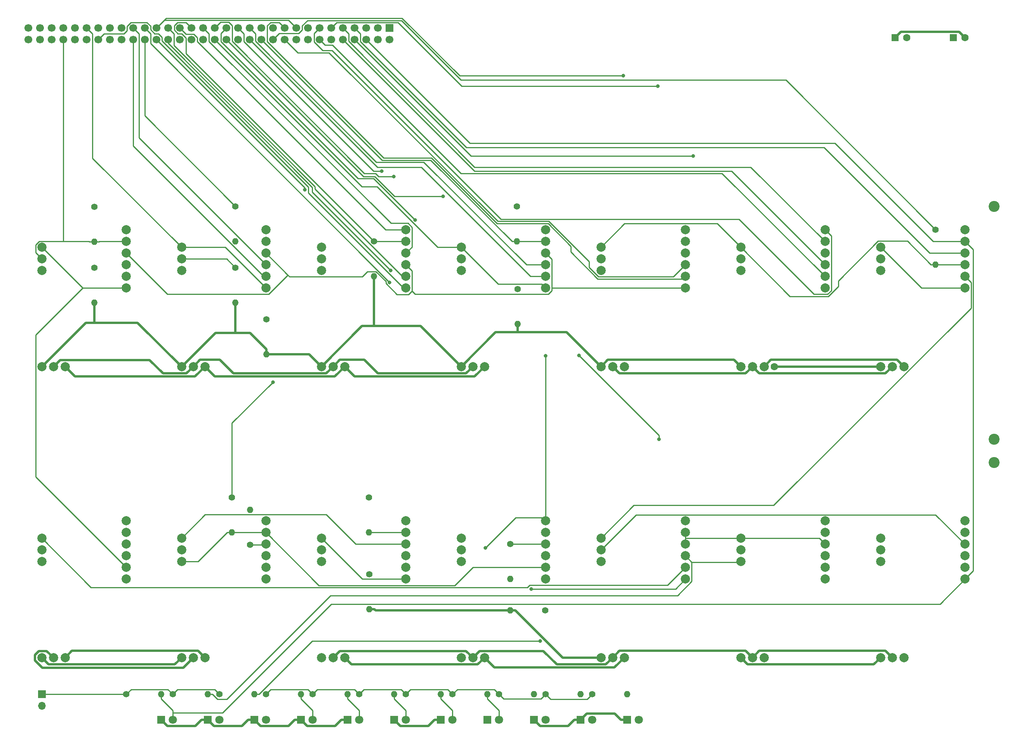
<source format=gbr>
G04 #@! TF.GenerationSoftware,KiCad,Pcbnew,(5.0.0)*
G04 #@! TF.CreationDate,2019-03-30T18:13:55+00:00*
G04 #@! TF.ProjectId,A-FA,412D46412E6B696361645F7063620000,rev?*
G04 #@! TF.SameCoordinates,Original*
G04 #@! TF.FileFunction,Copper,L1,Top,Signal*
G04 #@! TF.FilePolarity,Positive*
%FSLAX46Y46*%
G04 Gerber Fmt 4.6, Leading zero omitted, Abs format (unit mm)*
G04 Created by KiCad (PCBNEW (5.0.0)) date 03/30/19 18:13:55*
%MOMM*%
%LPD*%
G01*
G04 APERTURE LIST*
G04 #@! TA.AperFunction,ComponentPad*
%ADD10C,2.000000*%
G04 #@! TD*
G04 #@! TA.AperFunction,ComponentPad*
%ADD11C,1.400000*%
G04 #@! TD*
G04 #@! TA.AperFunction,ComponentPad*
%ADD12O,1.400000X1.400000*%
G04 #@! TD*
G04 #@! TA.AperFunction,ComponentPad*
%ADD13C,1.600000*%
G04 #@! TD*
G04 #@! TA.AperFunction,ComponentPad*
%ADD14R,1.600000X1.600000*%
G04 #@! TD*
G04 #@! TA.AperFunction,ComponentPad*
%ADD15C,1.700000*%
G04 #@! TD*
G04 #@! TA.AperFunction,ComponentPad*
%ADD16R,1.700000X1.700000*%
G04 #@! TD*
G04 #@! TA.AperFunction,ComponentPad*
%ADD17C,1.800000*%
G04 #@! TD*
G04 #@! TA.AperFunction,ComponentPad*
%ADD18R,1.800000X1.800000*%
G04 #@! TD*
G04 #@! TA.AperFunction,ComponentPad*
%ADD19O,1.700000X1.700000*%
G04 #@! TD*
G04 #@! TA.AperFunction,ComponentPad*
%ADD20C,2.400000*%
G04 #@! TD*
G04 #@! TA.AperFunction,ViaPad*
%ADD21C,0.800000*%
G04 #@! TD*
G04 #@! TA.AperFunction,ViaPad*
%ADD22C,1.600000*%
G04 #@! TD*
G04 #@! TA.AperFunction,Conductor*
%ADD23C,0.250000*%
G04 #@! TD*
G04 #@! TA.AperFunction,Conductor*
%ADD24C,0.500000*%
G04 #@! TD*
G04 APERTURE END LIST*
D10*
G04 #@! TO.P,U8,13*
G04 #@! TO.N,TP3*
X225425000Y-78740000D03*
G04 #@! TO.P,U8,12*
G04 #@! TO.N,Gn*
X225425000Y-81280000D03*
G04 #@! TO.P,U8,11*
G04 #@! TO.N,Cn*
X225425000Y-83820000D03*
G04 #@! TO.P,U8,6*
G04 #@! TO.N,TP1*
X243840000Y-74930000D03*
G04 #@! TO.P,U8,5*
G04 #@! TO.N,Cn-1*
X243840000Y-77470000D03*
G04 #@! TO.P,U8,4*
G04 #@! TO.N,JTG-|NC*
X243840000Y-80010000D03*
G04 #@! TO.P,U8,3*
G04 #@! TO.N,Gn-*
X243840000Y-82550000D03*
G04 #@! TO.P,U8,2*
G04 #@! TO.N,TP2*
X243840000Y-85090000D03*
G04 #@! TO.P,U8,1*
G04 #@! TO.N,TP3*
X243840000Y-87630000D03*
G04 #@! TO.P,U8,23*
G04 #@! TO.N,Neg6v*
X230505000Y-104775000D03*
G04 #@! TO.P,U8,22*
G04 #@! TO.N,GND*
X227965000Y-104775000D03*
G04 #@! TO.P,U8,21*
G04 #@! TO.N,6v*
X225425000Y-104775000D03*
G04 #@! TD*
G04 #@! TO.P,U1,13*
G04 #@! TO.N,Fn*
X225425000Y-142240000D03*
G04 #@! TO.P,U1,12*
G04 #@! TO.N,Net-(U1-Pad12)*
X225425000Y-144780000D03*
G04 #@! TO.P,U1,11*
G04 #@! TO.N,N/C*
X225425000Y-147320000D03*
G04 #@! TO.P,U1,6*
X243840000Y-138430000D03*
G04 #@! TO.P,U1,5*
G04 #@! TO.N,Net-(U1-Pad12)*
X243840000Y-140970000D03*
G04 #@! TO.P,U1,4*
G04 #@! TO.N,TP1*
X243840000Y-143510000D03*
G04 #@! TO.P,U1,3*
G04 #@! TO.N,TP3*
X243840000Y-146050000D03*
G04 #@! TO.P,U1,2*
X243840000Y-148590000D03*
G04 #@! TO.P,U1,1*
G04 #@! TO.N,Cn-1*
X243840000Y-151130000D03*
G04 #@! TO.P,U1,23*
G04 #@! TO.N,Neg6v*
X230505000Y-168275000D03*
G04 #@! TO.P,U1,22*
G04 #@! TO.N,GND*
X227965000Y-168275000D03*
G04 #@! TO.P,U1,21*
G04 #@! TO.N,6v*
X225425000Y-168275000D03*
G04 #@! TD*
G04 #@! TO.P,U12,13*
G04 #@! TO.N,Mn-*
X103505000Y-78740000D03*
G04 #@! TO.P,U12,12*
G04 #@! TO.N,N/C*
X103505000Y-81280000D03*
G04 #@! TO.P,U12,11*
X103505000Y-83820000D03*
G04 #@! TO.P,U12,6*
G04 #@! TO.N,WTM*
X121920000Y-74930000D03*
G04 #@! TO.P,U12,5*
G04 #@! TO.N,Wn*
X121920000Y-77470000D03*
G04 #@! TO.P,U12,4*
G04 #@! TO.N,GTM*
X121920000Y-80010000D03*
G04 #@! TO.P,U12,3*
G04 #@! TO.N,Gn*
X121920000Y-82550000D03*
G04 #@! TO.P,U12,2*
G04 #@! TO.N,0TM-*
X121920000Y-85090000D03*
G04 #@! TO.P,U12,1*
G04 #@! TO.N,Mn*
X121920000Y-87630000D03*
G04 #@! TO.P,U12,23*
G04 #@! TO.N,Neg6v*
X108585000Y-104775000D03*
G04 #@! TO.P,U12,22*
G04 #@! TO.N,GND*
X106045000Y-104775000D03*
G04 #@! TO.P,U12,21*
G04 #@! TO.N,6v*
X103505000Y-104775000D03*
G04 #@! TD*
G04 #@! TO.P,U11,13*
G04 #@! TO.N,Jn*
X133985000Y-78740000D03*
G04 #@! TO.P,U11,12*
G04 #@! TO.N,Jn-*
X133985000Y-81280000D03*
G04 #@! TO.P,U11,11*
G04 #@! TO.N,N/C*
X133985000Y-83820000D03*
G04 #@! TO.P,U11,6*
X152400000Y-74930000D03*
G04 #@! TO.P,U11,5*
G04 #@! TO.N,Jn-*
X152400000Y-77470000D03*
G04 #@! TO.P,U11,4*
G04 #@! TO.N,Gn*
X152400000Y-80010000D03*
G04 #@! TO.P,U11,3*
G04 #@! TO.N,GTJ*
X152400000Y-82550000D03*
G04 #@! TO.P,U11,2*
G04 #@! TO.N,0TJ-*
X152400000Y-85090000D03*
G04 #@! TO.P,U11,1*
G04 #@! TO.N,Jn*
X152400000Y-87630000D03*
G04 #@! TO.P,U11,23*
G04 #@! TO.N,Neg6v*
X139065000Y-104775000D03*
G04 #@! TO.P,U11,22*
G04 #@! TO.N,GND*
X136525000Y-104775000D03*
G04 #@! TO.P,U11,21*
G04 #@! TO.N,6v*
X133985000Y-104775000D03*
G04 #@! TD*
G04 #@! TO.P,U14,13*
G04 #@! TO.N,Qn*
X42545000Y-78740000D03*
G04 #@! TO.P,U14,12*
G04 #@! TO.N,Qn-*
X42545000Y-81280000D03*
G04 #@! TO.P,U14,11*
G04 #@! TO.N,N/C*
X42545000Y-83820000D03*
G04 #@! TO.P,U14,6*
X60960000Y-74930000D03*
G04 #@! TO.P,U14,5*
G04 #@! TO.N,Qn-*
X60960000Y-77470000D03*
G04 #@! TO.P,U14,4*
G04 #@! TO.N,Gn*
X60960000Y-80010000D03*
G04 #@! TO.P,U14,3*
G04 #@! TO.N,GTQ*
X60960000Y-82550000D03*
G04 #@! TO.P,U14,2*
G04 #@! TO.N,0TQ-*
X60960000Y-85090000D03*
G04 #@! TO.P,U14,1*
G04 #@! TO.N,Qn*
X60960000Y-87630000D03*
G04 #@! TO.P,U14,23*
G04 #@! TO.N,Neg6v*
X47625000Y-104775000D03*
G04 #@! TO.P,U14,22*
G04 #@! TO.N,GND*
X45085000Y-104775000D03*
G04 #@! TO.P,U14,21*
G04 #@! TO.N,6v*
X42545000Y-104775000D03*
G04 #@! TD*
G04 #@! TO.P,U13,13*
G04 #@! TO.N,An*
X73025000Y-78740000D03*
G04 #@! TO.P,U13,12*
G04 #@! TO.N,An-*
X73025000Y-81280000D03*
G04 #@! TO.P,U13,11*
G04 #@! TO.N,N/C*
X73025000Y-83820000D03*
G04 #@! TO.P,U13,6*
X91440000Y-74930000D03*
G04 #@! TO.P,U13,5*
G04 #@! TO.N,An-*
X91440000Y-77470000D03*
G04 #@! TO.P,U13,4*
G04 #@! TO.N,Gn*
X91440000Y-80010000D03*
G04 #@! TO.P,U13,3*
G04 #@! TO.N,GTA*
X91440000Y-82550000D03*
G04 #@! TO.P,U13,2*
G04 #@! TO.N,0TA-*
X91440000Y-85090000D03*
G04 #@! TO.P,U13,1*
G04 #@! TO.N,An*
X91440000Y-87630000D03*
G04 #@! TO.P,U13,23*
G04 #@! TO.N,Neg6v*
X78105000Y-104775000D03*
G04 #@! TO.P,U13,22*
G04 #@! TO.N,GND*
X75565000Y-104775000D03*
G04 #@! TO.P,U13,21*
G04 #@! TO.N,6v*
X73025000Y-104775000D03*
G04 #@! TD*
D11*
G04 #@! TO.P,R3,1*
G04 #@! TO.N,{Gn}*
X237426000Y-74866500D03*
D12*
G04 #@! TO.P,R3,2*
G04 #@! TO.N,Gn-*
X237426000Y-82486500D03*
G04 #@! TD*
D11*
G04 #@! TO.P,R4,1*
G04 #@! TO.N,{Jn}*
X146114000Y-69850000D03*
D12*
G04 #@! TO.P,R4,2*
G04 #@! TO.N,Jn-*
X146114000Y-77470000D03*
G04 #@! TD*
D11*
G04 #@! TO.P,R5,1*
G04 #@! TO.N,{Mn}*
X84010500Y-133350000D03*
D12*
G04 #@! TO.P,R5,2*
G04 #@! TO.N,Mn-*
X84010500Y-140970000D03*
G04 #@! TD*
D11*
G04 #@! TO.P,R6,1*
G04 #@! TO.N,{IPn}*
X113856000Y-133350000D03*
D12*
G04 #@! TO.P,R6,2*
G04 #@! TO.N,IPn-*
X113856000Y-140970000D03*
G04 #@! TD*
D11*
G04 #@! TO.P,R7,1*
G04 #@! TO.N,{An}*
X84772500Y-69786500D03*
D12*
G04 #@! TO.P,R7,2*
G04 #@! TO.N,An-*
X84772500Y-77406500D03*
G04 #@! TD*
D11*
G04 #@! TO.P,R8,1*
G04 #@! TO.N,{Qn}*
X53975000Y-69913500D03*
D12*
G04 #@! TO.P,R8,2*
G04 #@! TO.N,Qn-*
X53975000Y-77533500D03*
G04 #@! TD*
D11*
G04 #@! TO.P,R9,1*
G04 #@! TO.N,Wn*
X114998000Y-77470000D03*
D12*
G04 #@! TO.P,R9,2*
G04 #@! TO.N,6v*
X114998000Y-85090000D03*
G04 #@! TD*
D11*
G04 #@! TO.P,R10,1*
G04 #@! TO.N,Jn-*
X146304000Y-87820500D03*
D12*
G04 #@! TO.P,R10,2*
G04 #@! TO.N,6v*
X146304000Y-95440500D03*
G04 #@! TD*
D11*
G04 #@! TO.P,R11,1*
G04 #@! TO.N,Mn-*
X152273000Y-157924000D03*
D12*
G04 #@! TO.P,R11,2*
G04 #@! TO.N,6v*
X144653000Y-157924000D03*
G04 #@! TD*
D11*
G04 #@! TO.P,R12,1*
G04 #@! TO.N,IPn-*
X113919000Y-150050000D03*
D12*
G04 #@! TO.P,R12,2*
G04 #@! TO.N,6v*
X113919000Y-157670000D03*
G04 #@! TD*
D11*
G04 #@! TO.P,R13,1*
G04 #@! TO.N,An-*
X84772500Y-83185000D03*
D12*
G04 #@! TO.P,R13,2*
G04 #@! TO.N,6v*
X84772500Y-90805000D03*
G04 #@! TD*
D11*
G04 #@! TO.P,R14,1*
G04 #@! TO.N,Mn*
X144716000Y-143510000D03*
D12*
G04 #@! TO.P,R14,2*
G04 #@! TO.N,6v*
X144716000Y-151130000D03*
G04 #@! TD*
D11*
G04 #@! TO.P,R15,1*
G04 #@! TO.N,STOREnx-*
X87947500Y-143637000D03*
D12*
G04 #@! TO.P,R15,2*
G04 #@! TO.N,6v*
X87947500Y-136017000D03*
G04 #@! TD*
D11*
G04 #@! TO.P,R16,1*
G04 #@! TO.N,Qn-*
X53975000Y-83185000D03*
D12*
G04 #@! TO.P,R16,2*
G04 #@! TO.N,6v*
X53975000Y-90805000D03*
G04 #@! TD*
D11*
G04 #@! TO.P,R17,1*
G04 #@! TO.N,An*
X91503500Y-94488000D03*
D12*
G04 #@! TO.P,R17,2*
G04 #@! TO.N,6v*
X91503500Y-102108000D03*
G04 #@! TD*
D10*
G04 #@! TO.P,U2,13*
G04 #@! TO.N,Yn*
X194945000Y-142240000D03*
G04 #@! TO.P,U2,12*
G04 #@! TO.N,Gn-*
X194945000Y-144780000D03*
G04 #@! TO.P,U2,11*
G04 #@! TO.N,Xn*
X194945000Y-147320000D03*
G04 #@! TO.P,U2,6*
G04 #@! TO.N,Yn-*
X213360000Y-138430000D03*
G04 #@! TO.P,U2,5*
G04 #@! TO.N,Xn*
X213360000Y-140970000D03*
G04 #@! TO.P,U2,4*
G04 #@! TO.N,Yn*
X213360000Y-143510000D03*
G04 #@! TO.P,U2,3*
G04 #@! TO.N,VTG*
X213360000Y-146050000D03*
G04 #@! TO.P,U2,2*
G04 #@! TO.N,N/C*
X213360000Y-148590000D03*
G04 #@! TO.P,U2,1*
G04 #@! TO.N,Xn-*
X213360000Y-151130000D03*
G04 #@! TO.P,U2,23*
G04 #@! TO.N,Neg6v*
X200025000Y-168275000D03*
G04 #@! TO.P,U2,22*
G04 #@! TO.N,GND*
X197485000Y-168275000D03*
G04 #@! TO.P,U2,21*
G04 #@! TO.N,6v*
X194945000Y-168275000D03*
G04 #@! TD*
G04 #@! TO.P,U3,13*
G04 #@! TO.N,TP2*
X164465000Y-142240000D03*
G04 #@! TO.P,U3,12*
G04 #@! TO.N,TP1*
X164465000Y-144780000D03*
G04 #@! TO.P,U3,11*
G04 #@! TO.N,N/C*
X164465000Y-147320000D03*
G04 #@! TO.P,U3,6*
G04 #@! TO.N,Xn*
X182880000Y-138430000D03*
G04 #@! TO.P,U3,5*
G04 #@! TO.N,Yn*
X182880000Y-140970000D03*
G04 #@! TO.P,U3,4*
X182880000Y-143510000D03*
G04 #@! TO.P,U3,3*
G04 #@! TO.N,Xn*
X182880000Y-146050000D03*
G04 #@! TO.P,U3,2*
G04 #@! TO.N,Yn-*
X182880000Y-148590000D03*
G04 #@! TO.P,U3,1*
G04 #@! TO.N,Xn-*
X182880000Y-151130000D03*
G04 #@! TO.P,U3,23*
G04 #@! TO.N,Neg6v*
X169545000Y-168275000D03*
G04 #@! TO.P,U3,22*
G04 #@! TO.N,GND*
X167005000Y-168275000D03*
G04 #@! TO.P,U3,21*
G04 #@! TO.N,6v*
X164465000Y-168275000D03*
G04 #@! TD*
G04 #@! TO.P,U4,13*
G04 #@! TO.N,Xn-*
X133985000Y-142240000D03*
G04 #@! TO.P,U4,12*
G04 #@! TO.N,N/C*
X133985000Y-144780000D03*
G04 #@! TO.P,U4,11*
X133985000Y-147320000D03*
G04 #@! TO.P,U4,6*
G04 #@! TO.N,Jn*
X152400000Y-138430000D03*
G04 #@! TO.P,U4,5*
G04 #@! TO.N,JTF*
X152400000Y-140970000D03*
G04 #@! TO.P,U4,4*
G04 #@! TO.N,Mn*
X152400000Y-143510000D03*
G04 #@! TO.P,U4,3*
G04 #@! TO.N,MTF*
X152400000Y-146050000D03*
G04 #@! TO.P,U4,2*
G04 #@! TO.N,Mn-*
X152400000Y-148590000D03*
G04 #@! TO.P,U4,1*
G04 #@! TO.N,M-TF*
X152400000Y-151130000D03*
G04 #@! TO.P,U4,23*
G04 #@! TO.N,Neg6v*
X139065000Y-168275000D03*
G04 #@! TO.P,U4,22*
G04 #@! TO.N,GND*
X136525000Y-168275000D03*
G04 #@! TO.P,U4,21*
G04 #@! TO.N,6v*
X133985000Y-168275000D03*
G04 #@! TD*
G04 #@! TO.P,U5,13*
G04 #@! TO.N,IPn*
X103505000Y-142240000D03*
G04 #@! TO.P,U5,12*
G04 #@! TO.N,IPn-*
X103505000Y-144780000D03*
G04 #@! TO.P,U5,11*
G04 #@! TO.N,N/C*
X103505000Y-147320000D03*
G04 #@! TO.P,U5,6*
X121920000Y-138430000D03*
G04 #@! TO.P,U5,5*
G04 #@! TO.N,IPn-*
X121920000Y-140970000D03*
G04 #@! TO.P,U5,4*
G04 #@! TO.N,Mn*
X121920000Y-143510000D03*
G04 #@! TO.P,U5,3*
G04 #@! TO.N,MTIP*
X121920000Y-146050000D03*
G04 #@! TO.P,U5,2*
G04 #@! TO.N,0TIP-*
X121920000Y-148590000D03*
G04 #@! TO.P,U5,1*
G04 #@! TO.N,IPn*
X121920000Y-151130000D03*
G04 #@! TO.P,U5,23*
G04 #@! TO.N,Neg6v*
X108585000Y-168275000D03*
G04 #@! TO.P,U5,22*
G04 #@! TO.N,GND*
X106045000Y-168275000D03*
G04 #@! TO.P,U5,21*
G04 #@! TO.N,6v*
X103505000Y-168275000D03*
G04 #@! TD*
G04 #@! TO.P,U6,13*
G04 #@! TO.N,Mn*
X73025000Y-142240000D03*
G04 #@! TO.P,U6,12*
G04 #@! TO.N,N/C*
X73025000Y-144780000D03*
G04 #@! TO.P,U6,11*
G04 #@! TO.N,Mn-*
X73025000Y-147320000D03*
G04 #@! TO.P,U6,6*
G04 #@! TO.N,STOREn-*
X91440000Y-138430000D03*
G04 #@! TO.P,U6,5*
G04 #@! TO.N,Mn-*
X91440000Y-140970000D03*
G04 #@! TO.P,U6,4*
G04 #@! TO.N,STOREnx-*
X91440000Y-143510000D03*
G04 #@! TO.P,U6,3*
G04 #@! TO.N,N/C*
X91440000Y-146050000D03*
G04 #@! TO.P,U6,2*
X91440000Y-148590000D03*
G04 #@! TO.P,U6,1*
G04 #@! TO.N,IIn*
X91440000Y-151130000D03*
G04 #@! TO.P,U6,23*
G04 #@! TO.N,Neg6v*
X78105000Y-168275000D03*
G04 #@! TO.P,U6,22*
G04 #@! TO.N,GND*
X75565000Y-168275000D03*
G04 #@! TO.P,U6,21*
G04 #@! TO.N,6v*
X73025000Y-168275000D03*
G04 #@! TD*
G04 #@! TO.P,U7,13*
G04 #@! TO.N,Yn-*
X42545000Y-142240000D03*
G04 #@! TO.P,U7,12*
G04 #@! TO.N,N/C*
X42545000Y-144780000D03*
G04 #@! TO.P,U7,11*
X42545000Y-147320000D03*
G04 #@! TO.P,U7,6*
G04 #@! TO.N,An*
X60960000Y-138430000D03*
G04 #@! TO.P,U7,5*
G04 #@! TO.N,ATF*
X60960000Y-140970000D03*
G04 #@! TO.P,U7,4*
G04 #@! TO.N,N/C*
X60960000Y-143510000D03*
G04 #@! TO.P,U7,3*
G04 #@! TO.N,DTF*
X60960000Y-146050000D03*
G04 #@! TO.P,U7,2*
G04 #@! TO.N,Qn*
X60960000Y-148590000D03*
G04 #@! TO.P,U7,1*
G04 #@! TO.N,QTF*
X60960000Y-151130000D03*
G04 #@! TO.P,U7,23*
G04 #@! TO.N,Neg6v*
X47625000Y-168275000D03*
G04 #@! TO.P,U7,22*
G04 #@! TO.N,GND*
X45085000Y-168275000D03*
G04 #@! TO.P,U7,21*
G04 #@! TO.N,6v*
X42545000Y-168275000D03*
G04 #@! TD*
G04 #@! TO.P,U9,13*
G04 #@! TO.N,Gn-*
X194945000Y-78740000D03*
G04 #@! TO.P,U9,12*
G04 #@! TO.N,N/C*
X194945000Y-81280000D03*
G04 #@! TO.P,U9,11*
X194945000Y-83820000D03*
G04 #@! TO.P,U9,6*
G04 #@! TO.N,RTG*
X213360000Y-74930000D03*
G04 #@! TO.P,U9,5*
G04 #@! TO.N,FnR*
X213360000Y-77470000D03*
G04 #@! TO.P,U9,4*
G04 #@! TO.N,FTG*
X213360000Y-80010000D03*
G04 #@! TO.P,U9,3*
G04 #@! TO.N,Fn*
X213360000Y-82550000D03*
G04 #@! TO.P,U9,2*
G04 #@! TO.N,LTG*
X213360000Y-85090000D03*
G04 #@! TO.P,U9,1*
G04 #@! TO.N,FnL*
X213360000Y-87630000D03*
G04 #@! TO.P,U9,23*
G04 #@! TO.N,Neg6v*
X200025000Y-104775000D03*
G04 #@! TO.P,U9,22*
G04 #@! TO.N,GND*
X197485000Y-104775000D03*
G04 #@! TO.P,U9,21*
G04 #@! TO.N,6v*
X194945000Y-104775000D03*
G04 #@! TD*
G04 #@! TO.P,U10,13*
G04 #@! TO.N,Gn-*
X164465000Y-78740000D03*
G04 #@! TO.P,U10,12*
G04 #@! TO.N,N/C*
X164465000Y-81280000D03*
G04 #@! TO.P,U10,11*
X164465000Y-83820000D03*
G04 #@! TO.P,U10,6*
G04 #@! TO.N,An-7|IPn*
X182880000Y-74930000D03*
G04 #@! TO.P,U10,5*
G04 #@! TO.N,PTGb*
X182880000Y-77470000D03*
G04 #@! TO.P,U10,4*
G04 #@! TO.N,IPn*
X182880000Y-80010000D03*
G04 #@! TO.P,U10,3*
G04 #@! TO.N,PTGa*
X182880000Y-82550000D03*
G04 #@! TO.P,U10,2*
G04 #@! TO.N,0TG-*
X182880000Y-85090000D03*
G04 #@! TO.P,U10,1*
G04 #@! TO.N,Gn*
X182880000Y-87630000D03*
G04 #@! TO.P,U10,23*
G04 #@! TO.N,Neg6v*
X169545000Y-104775000D03*
G04 #@! TO.P,U10,22*
G04 #@! TO.N,GND*
X167005000Y-104775000D03*
G04 #@! TO.P,U10,21*
G04 #@! TO.N,6v*
X164465000Y-104775000D03*
G04 #@! TD*
D13*
G04 #@! TO.P,C1,2*
G04 #@! TO.N,GND*
X243800000Y-33020000D03*
D14*
G04 #@! TO.P,C1,1*
G04 #@! TO.N,6v*
X241300000Y-33020000D03*
G04 #@! TD*
D13*
G04 #@! TO.P,C2,2*
G04 #@! TO.N,Neg6v*
X231100000Y-33020000D03*
D14*
G04 #@! TO.P,C2,1*
G04 #@! TO.N,GND*
X228600000Y-33020000D03*
G04 #@! TD*
D15*
G04 #@! TO.P,J1,AL*
G04 #@! TO.N,GND*
X39605000Y-33401000D03*
G04 #@! TO.P,J1,32*
X39605000Y-30861000D03*
G04 #@! TO.P,J1,AK*
G04 #@! TO.N,Neg6v*
X42145000Y-33401000D03*
G04 #@! TO.P,J1,31*
X42145000Y-30861000D03*
G04 #@! TO.P,J1,AJ*
G04 #@! TO.N,STOREn-*
X44685000Y-33401000D03*
G04 #@! TO.P,J1,30*
G04 #@! TO.N,QTF*
X44685000Y-30861000D03*
G04 #@! TO.P,J1,AH*
G04 #@! TO.N,Qn-*
X47225000Y-33401000D03*
G04 #@! TO.P,J1,29*
G04 #@! TO.N,DTF*
X47225000Y-30861000D03*
G04 #@! TO.P,J1,AF*
G04 #@! TO.N,N/C*
X49765000Y-33401000D03*
G04 #@! TO.P,J1,28*
G04 #@! TO.N,ATF*
X49765000Y-30861000D03*
G04 #@! TO.P,J1,AE*
G04 #@! TO.N,GTQ*
X52305000Y-33401000D03*
G04 #@! TO.P,J1,27*
G04 #@! TO.N,An*
X52305000Y-30861000D03*
G04 #@! TO.P,J1,AD*
G04 #@! TO.N,Mn*
X54845000Y-33401000D03*
G04 #@! TO.P,J1,26*
G04 #@! TO.N,0TQ-*
X54845000Y-30861000D03*
G04 #@! TO.P,J1,AC*
G04 #@! TO.N,{Qn}*
X57385000Y-33401000D03*
G04 #@! TO.P,J1,25*
G04 #@! TO.N,IIn*
X57385000Y-30861000D03*
G04 #@! TO.P,J1,AB*
G04 #@! TO.N,An-*
X59925000Y-33401000D03*
G04 #@! TO.P,J1,24*
G04 #@! TO.N,STOREnx-*
X59925000Y-30861000D03*
G04 #@! TO.P,J1,AA*
G04 #@! TO.N,0TA-*
X62465000Y-33401000D03*
G04 #@! TO.P,J1,23*
G04 #@! TO.N,GTA*
X62465000Y-30861000D03*
G04 #@! TO.P,J1,Z*
G04 #@! TO.N,{An}*
X65005000Y-33401000D03*
G04 #@! TO.P,J1,22*
G04 #@! TO.N,MTIP*
X65005000Y-30861000D03*
G04 #@! TO.P,J1,Y*
G04 #@! TO.N,{IPn}*
X67545000Y-33401000D03*
G04 #@! TO.P,J1,21*
G04 #@! TO.N,IPn*
X67545000Y-30861000D03*
G04 #@! TO.P,J1,X*
G04 #@! TO.N,0TIP-*
X70085000Y-33401000D03*
G04 #@! TO.P,J1,20*
G04 #@! TO.N,0TM-*
X70085000Y-30861000D03*
G04 #@! TO.P,J1,W*
G04 #@! TO.N,IPn-*
X72625000Y-33401000D03*
G04 #@! TO.P,J1,19*
G04 #@! TO.N,WTM*
X72625000Y-30861000D03*
G04 #@! TO.P,J1,V*
G04 #@! TO.N,Mn-*
X75165000Y-33401000D03*
G04 #@! TO.P,J1,18*
G04 #@! TO.N,Wn*
X75165000Y-30861000D03*
G04 #@! TO.P,J1,U*
G04 #@! TO.N,{Mn}*
X77705000Y-33401000D03*
G04 #@! TO.P,J1,17*
G04 #@! TO.N,GTM*
X77705000Y-30861000D03*
G04 #@! TO.P,J1,T*
G04 #@! TO.N,Jn*
X80245000Y-33401000D03*
G04 #@! TO.P,J1,16*
G04 #@! TO.N,M-TF*
X80245000Y-30861000D03*
G04 #@! TO.P,J1,S*
G04 #@! TO.N,{Jn}*
X82785000Y-33401000D03*
G04 #@! TO.P,J1,15*
G04 #@! TO.N,MTF*
X82785000Y-30861000D03*
G04 #@! TO.P,J1,R*
G04 #@! TO.N,Jn-*
X85325000Y-33401000D03*
G04 #@! TO.P,J1,14*
G04 #@! TO.N,JTF*
X85325000Y-30861000D03*
G04 #@! TO.P,J1,P*
G04 #@! TO.N,0TJ-*
X87865000Y-33401000D03*
G04 #@! TO.P,J1,13*
G04 #@! TO.N,GTJ*
X87865000Y-30861000D03*
G04 #@! TO.P,J1,N*
G04 #@! TO.N,Jn-*
X90405000Y-33401000D03*
G04 #@! TO.P,J1,12*
G04 #@! TO.N,An-7|IPn*
X90405000Y-30861000D03*
G04 #@! TO.P,J1,M*
G04 #@! TO.N,{Gn}*
X92945000Y-33401000D03*
G04 #@! TO.P,J1,11*
G04 #@! TO.N,PTGb*
X92945000Y-30861000D03*
G04 #@! TO.P,J1,L*
G04 #@! TO.N,PTGa*
X95485000Y-33401000D03*
G04 #@! TO.P,J1,10*
G04 #@! TO.N,0TG-*
X95485000Y-30861000D03*
G04 #@! TO.P,J1,K*
G04 #@! TO.N,N/C*
X98025000Y-33401000D03*
G04 #@! TO.P,J1,9*
G04 #@! TO.N,IPn*
X98025000Y-30861000D03*
G04 #@! TO.P,J1,J*
G04 #@! TO.N,Gn*
X100565000Y-33401000D03*
G04 #@! TO.P,J1,8*
G04 #@! TO.N,VTG*
X100565000Y-30861000D03*
G04 #@! TO.P,J1,H*
G04 #@! TO.N,LTG*
X103105000Y-33401000D03*
G04 #@! TO.P,J1,7*
G04 #@! TO.N,RTG*
X103105000Y-30861000D03*
G04 #@! TO.P,J1,F*
G04 #@! TO.N,N/C*
X105645000Y-33401000D03*
G04 #@! TO.P,J1,6*
G04 #@! TO.N,FTG*
X105645000Y-30861000D03*
G04 #@! TO.P,J1,E*
G04 #@! TO.N,Fn*
X108185000Y-33401000D03*
G04 #@! TO.P,J1,5*
G04 #@! TO.N,FnR*
X108185000Y-30861000D03*
G04 #@! TO.P,J1,D*
G04 #@! TO.N,FnL*
X110725000Y-33401000D03*
G04 #@! TO.P,J1,4*
G04 #@! TO.N,JTG-|NC*
X110725000Y-30861000D03*
G04 #@! TO.P,J1,C*
G04 #@! TO.N,Cn-1*
X113265000Y-33401000D03*
G04 #@! TO.P,J1,3*
G04 #@! TO.N,Cn*
X113265000Y-30861000D03*
G04 #@! TO.P,J1,B*
G04 #@! TO.N,6v*
X115805000Y-33401000D03*
G04 #@! TO.P,J1,2*
X115805000Y-30861000D03*
G04 #@! TO.P,J1,A*
G04 #@! TO.N,GND*
X118345000Y-33401000D03*
D16*
G04 #@! TO.P,J1,1*
X118345000Y-30861000D03*
G04 #@! TD*
D11*
G04 #@! TO.P,R51,1*
G04 #@! TO.N,Net-(J2-Pad1)*
X162560000Y-176276000D03*
D12*
G04 #@! TO.P,R51,2*
G04 #@! TO.N,Qn*
X170180000Y-176276000D03*
G04 #@! TD*
D11*
G04 #@! TO.P,R52,1*
G04 #@! TO.N,Net-(J2-Pad1)*
X152400000Y-176276000D03*
D12*
G04 #@! TO.P,R52,2*
G04 #@! TO.N,Cn*
X160020000Y-176276000D03*
G04 #@! TD*
D11*
G04 #@! TO.P,R53,1*
G04 #@! TO.N,Net-(J2-Pad1)*
X142240000Y-176276000D03*
D12*
G04 #@! TO.P,R53,2*
G04 #@! TO.N,Fn*
X149860000Y-176276000D03*
G04 #@! TD*
D11*
G04 #@! TO.P,R54,1*
G04 #@! TO.N,Net-(J2-Pad1)*
X132080000Y-176276000D03*
D12*
G04 #@! TO.P,R54,2*
G04 #@! TO.N,Mn*
X139700000Y-176276000D03*
G04 #@! TD*
D11*
G04 #@! TO.P,R55,1*
G04 #@! TO.N,Net-(J2-Pad1)*
X121920000Y-176276000D03*
D12*
G04 #@! TO.P,R55,2*
G04 #@! TO.N,IPn*
X129540000Y-176276000D03*
G04 #@! TD*
D11*
G04 #@! TO.P,R56,1*
G04 #@! TO.N,Net-(J2-Pad1)*
X111760000Y-176276000D03*
D12*
G04 #@! TO.P,R56,2*
G04 #@! TO.N,Jn*
X119380000Y-176276000D03*
G04 #@! TD*
D11*
G04 #@! TO.P,R57,1*
G04 #@! TO.N,Net-(J2-Pad1)*
X101600000Y-176276000D03*
D12*
G04 #@! TO.P,R57,2*
G04 #@! TO.N,Gn*
X109220000Y-176276000D03*
G04 #@! TD*
D11*
G04 #@! TO.P,R58,1*
G04 #@! TO.N,Net-(J2-Pad1)*
X91440000Y-176276000D03*
D12*
G04 #@! TO.P,R58,2*
G04 #@! TO.N,An*
X99060000Y-176276000D03*
G04 #@! TD*
D11*
G04 #@! TO.P,R59,1*
G04 #@! TO.N,Net-(J2-Pad1)*
X81280000Y-176276000D03*
D12*
G04 #@! TO.P,R59,2*
G04 #@! TO.N,Yn*
X88900000Y-176276000D03*
G04 #@! TD*
D11*
G04 #@! TO.P,R60,1*
G04 #@! TO.N,Net-(J2-Pad1)*
X71120000Y-176276000D03*
D12*
G04 #@! TO.P,R60,2*
G04 #@! TO.N,Xn*
X78740000Y-176276000D03*
G04 #@! TD*
D11*
G04 #@! TO.P,R61,1*
G04 #@! TO.N,Net-(J2-Pad1)*
X60960000Y-176276000D03*
D12*
G04 #@! TO.P,R61,2*
G04 #@! TO.N,Cn-1*
X68580000Y-176276000D03*
G04 #@! TD*
D17*
G04 #@! TO.P,D1,2*
G04 #@! TO.N,Qn*
X172720000Y-181864000D03*
D18*
G04 #@! TO.P,D1,1*
G04 #@! TO.N,GND*
X170180000Y-181864000D03*
G04 #@! TD*
G04 #@! TO.P,D2,1*
G04 #@! TO.N,GND*
X160020000Y-181864000D03*
D17*
G04 #@! TO.P,D2,2*
G04 #@! TO.N,Cn*
X162560000Y-181864000D03*
G04 #@! TD*
D18*
G04 #@! TO.P,D3,1*
G04 #@! TO.N,GND*
X149860000Y-181864000D03*
D17*
G04 #@! TO.P,D3,2*
G04 #@! TO.N,Fn*
X152400000Y-181864000D03*
G04 #@! TD*
G04 #@! TO.P,D4,2*
G04 #@! TO.N,Mn*
X142240000Y-181864000D03*
D18*
G04 #@! TO.P,D4,1*
G04 #@! TO.N,GND*
X139700000Y-181864000D03*
G04 #@! TD*
G04 #@! TO.P,D5,1*
G04 #@! TO.N,GND*
X129540000Y-181864000D03*
D17*
G04 #@! TO.P,D5,2*
G04 #@! TO.N,IPn*
X132080000Y-181864000D03*
G04 #@! TD*
G04 #@! TO.P,D6,2*
G04 #@! TO.N,Jn*
X121920000Y-181864000D03*
D18*
G04 #@! TO.P,D6,1*
G04 #@! TO.N,GND*
X119380000Y-181864000D03*
G04 #@! TD*
G04 #@! TO.P,D7,1*
G04 #@! TO.N,GND*
X109220000Y-181864000D03*
D17*
G04 #@! TO.P,D7,2*
G04 #@! TO.N,Gn*
X111760000Y-181864000D03*
G04 #@! TD*
G04 #@! TO.P,D8,2*
G04 #@! TO.N,An*
X101600000Y-181864000D03*
D18*
G04 #@! TO.P,D8,1*
G04 #@! TO.N,GND*
X99060000Y-181864000D03*
G04 #@! TD*
G04 #@! TO.P,D9,1*
G04 #@! TO.N,GND*
X88900000Y-181864000D03*
D17*
G04 #@! TO.P,D9,2*
G04 #@! TO.N,Yn*
X91440000Y-181864000D03*
G04 #@! TD*
D18*
G04 #@! TO.P,D10,1*
G04 #@! TO.N,GND*
X78740000Y-181864000D03*
D17*
G04 #@! TO.P,D10,2*
G04 #@! TO.N,Xn*
X81280000Y-181864000D03*
G04 #@! TD*
G04 #@! TO.P,D11,2*
G04 #@! TO.N,Cn-1*
X71120000Y-181864000D03*
D18*
G04 #@! TO.P,D11,1*
G04 #@! TO.N,GND*
X68580000Y-181864000D03*
G04 #@! TD*
D16*
G04 #@! TO.P,J2,1*
G04 #@! TO.N,Net-(J2-Pad1)*
X42608500Y-176276000D03*
D19*
G04 #@! TO.P,J2,2*
G04 #@! TO.N,6v*
X42608500Y-178816000D03*
G04 #@! TD*
D20*
G04 #@! TO.P,TP1,1*
G04 #@! TO.N,TP1*
X250190000Y-120650000D03*
G04 #@! TD*
G04 #@! TO.P,TP2,1*
G04 #@! TO.N,TP2*
X250190000Y-69850000D03*
G04 #@! TD*
G04 #@! TO.P,TP3,1*
G04 #@! TO.N,TP3*
X250190000Y-125730000D03*
G04 #@! TD*
D21*
G04 #@! TO.N,{Jn}*
X130062000Y-67592300D03*
G04 #@! TO.N,{Mn}*
X92924700Y-108195000D03*
G04 #@! TO.N,Jn*
X152400000Y-102428000D03*
X139300000Y-144332000D03*
G04 #@! TO.N,Yn*
X151172000Y-164682000D03*
G04 #@! TO.N,MTF*
X123989000Y-72814400D03*
G04 #@! TO.N,JTF*
X116626000Y-62110900D03*
G04 #@! TO.N,FTG*
X176890000Y-43539600D03*
G04 #@! TO.N,IPn*
X169322500Y-41317500D03*
D22*
G04 #@! TO.N,6v*
X202232000Y-104775000D03*
D21*
G04 #@! TO.N,Gn-*
X177107500Y-120656900D03*
X159650400Y-102319200D03*
G04 #@! TO.N,M-TF*
X119261000Y-63286600D03*
G04 #@! TO.N,0TIP-*
X118602000Y-83781400D03*
G04 #@! TO.N,{IPn}*
X99911400Y-66190900D03*
G04 #@! TO.N,Xn-*
X149283000Y-153286000D03*
G04 #@! TO.N,MTIP*
X118394000Y-86398800D03*
G04 #@! TO.N,FnL*
X184576000Y-58846400D03*
G04 #@! TD*
D23*
G04 #@! TO.N,{Gn}*
X92945000Y-33401000D02*
X94309600Y-32036400D01*
X94309600Y-32036400D02*
X98550600Y-32036400D01*
X98550600Y-32036400D02*
X99295000Y-31292000D01*
X99295000Y-31292000D02*
X99295000Y-30388300D01*
X99295000Y-30388300D02*
X100453000Y-29230400D01*
X100453000Y-29230400D02*
X120958000Y-29230400D01*
X120958000Y-29230400D02*
X133931000Y-42203500D01*
X133931000Y-42203500D02*
X204763000Y-42203500D01*
X204763000Y-42203500D02*
X237426000Y-74866500D01*
G04 #@! TO.N,{Jn}*
X82785000Y-33401000D02*
X112671000Y-63286600D01*
X112671000Y-63286600D02*
X115124000Y-63286600D01*
X115124000Y-63286600D02*
X119429000Y-67592300D01*
X119429000Y-67592300D02*
X130062000Y-67592300D01*
G04 #@! TO.N,{Mn}*
X92924700Y-108195000D02*
X84010500Y-117109000D01*
X84010500Y-117109000D02*
X84010500Y-133350000D01*
G04 #@! TO.N,{An}*
X84772500Y-69786500D02*
X65005000Y-50019000D01*
X65005000Y-50019000D02*
X65005000Y-33401000D01*
G04 #@! TO.N,Wn*
X75165000Y-30861000D02*
X73972300Y-29668300D01*
X73972300Y-29668300D02*
X72129600Y-29668300D01*
X72129600Y-29668300D02*
X71420300Y-30377600D01*
X71420300Y-30377600D02*
X71420300Y-31335700D01*
X71420300Y-31335700D02*
X72215600Y-32131000D01*
X72215600Y-32131000D02*
X73034400Y-32131000D01*
X73034400Y-32131000D02*
X73959300Y-33055900D01*
X73959300Y-33055900D02*
X73959300Y-36431300D01*
X73959300Y-36431300D02*
X114998000Y-77470000D01*
X121920000Y-77470000D02*
X114998000Y-77470000D01*
G04 #@! TO.N,Mn*
X121920000Y-143510000D02*
X111010000Y-143510000D01*
X111010000Y-143510000D02*
X104593000Y-137093000D01*
X104593000Y-137093000D02*
X78172000Y-137093000D01*
X78172000Y-137093000D02*
X73025000Y-142240000D01*
X121920000Y-87630000D02*
X121425000Y-87630000D01*
X121425000Y-87630000D02*
X100637000Y-66841700D01*
X100637000Y-66841700D02*
X100637000Y-65619100D01*
X100637000Y-65619100D02*
X68720400Y-33702800D01*
X68720400Y-33702800D02*
X68720400Y-32875400D01*
X68720400Y-32875400D02*
X67976000Y-32131000D01*
X67976000Y-32131000D02*
X67148600Y-32131000D01*
X67148600Y-32131000D02*
X66275000Y-31257400D01*
X66275000Y-31257400D02*
X66275000Y-30454900D01*
X66275000Y-30454900D02*
X65475600Y-29655500D01*
X65475600Y-29655500D02*
X62008000Y-29655500D01*
X62008000Y-29655500D02*
X61100400Y-30563100D01*
X61100400Y-30563100D02*
X61100400Y-31445100D01*
X61100400Y-31445100D02*
X60414500Y-32131000D01*
X60414500Y-32131000D02*
X56115000Y-32131000D01*
X56115000Y-32131000D02*
X54845000Y-33401000D01*
X152400000Y-143510000D02*
X144716000Y-143510000D01*
X142240000Y-181864000D02*
X142240000Y-179841000D01*
X142240000Y-179841000D02*
X139700000Y-177301000D01*
X139700000Y-177301000D02*
X139700000Y-176276000D01*
G04 #@! TO.N,An*
X73025000Y-78740000D02*
X82550000Y-78740000D01*
X82550000Y-78740000D02*
X91440000Y-87630000D01*
X52305000Y-30861000D02*
X53575000Y-32131000D01*
X53575000Y-32131000D02*
X53575000Y-59290000D01*
X53575000Y-59290000D02*
X73025000Y-78740000D01*
X101600000Y-181864000D02*
X101600000Y-179841000D01*
X101600000Y-179841000D02*
X99060000Y-177301000D01*
X99060000Y-177301000D02*
X99060000Y-176276000D01*
G04 #@! TO.N,Gn*
X96213900Y-84783800D02*
X91440000Y-80010000D01*
X60960000Y-80010000D02*
X69946300Y-88996300D01*
X69946300Y-88996300D02*
X92001400Y-88996300D01*
X92001400Y-88996300D02*
X96213900Y-84783800D01*
X153745000Y-87630000D02*
X153745000Y-81355100D01*
X153745000Y-81355100D02*
X152400000Y-80010000D01*
X123245000Y-88244800D02*
X123972000Y-88971800D01*
X123972000Y-88971800D02*
X152957000Y-88971800D01*
X152957000Y-88971800D02*
X153745000Y-88183900D01*
X153745000Y-88183900D02*
X153745000Y-87630000D01*
X123245000Y-88244800D02*
X122480000Y-89009900D01*
X122480000Y-89009900D02*
X119970000Y-89009900D01*
X119970000Y-89009900D02*
X117568000Y-86608400D01*
X117568000Y-86608400D02*
X117568000Y-86209700D01*
X117568000Y-86209700D02*
X115408000Y-84049900D01*
X115408000Y-84049900D02*
X113562000Y-84049900D01*
X113562000Y-84049900D02*
X112458000Y-85153900D01*
X112458000Y-85153900D02*
X96583900Y-85153900D01*
X96583900Y-85153900D02*
X96213900Y-84783800D01*
X121920000Y-82550000D02*
X123245000Y-83875400D01*
X123245000Y-83875400D02*
X123245000Y-88244800D01*
X182880000Y-87630000D02*
X153745000Y-87630000D01*
X111760000Y-181864000D02*
X111760000Y-179841000D01*
X111760000Y-179841000D02*
X109220000Y-177301000D01*
X109220000Y-177301000D02*
X109220000Y-176276000D01*
G04 #@! TO.N,Jn*
X80245000Y-33401000D02*
X112382000Y-65538000D01*
X112382000Y-65538000D02*
X115687000Y-65538000D01*
X115687000Y-65538000D02*
X128889000Y-78740000D01*
X128889000Y-78740000D02*
X133985000Y-78740000D01*
X152400000Y-87630000D02*
X151565000Y-86795100D01*
X151565000Y-86795100D02*
X142040000Y-86795100D01*
X142040000Y-86795100D02*
X133985000Y-78740000D01*
X121920000Y-181864000D02*
X121920000Y-179841000D01*
X121920000Y-179841000D02*
X119380000Y-177301000D01*
X119380000Y-177301000D02*
X119380000Y-176276000D01*
X152400000Y-138430000D02*
X152400000Y-137766000D01*
X152400000Y-137766000D02*
X152400000Y-102428000D01*
X152400000Y-137766000D02*
X145866000Y-137766000D01*
X145866000Y-137766000D02*
X139300000Y-144332000D01*
G04 #@! TO.N,Qn*
X51435000Y-87630000D02*
X42545000Y-78740000D01*
X60960000Y-87630000D02*
X51435000Y-87630000D01*
X60960000Y-148590000D02*
X41210900Y-128841000D01*
X41210900Y-128841000D02*
X41210900Y-97854100D01*
X41210900Y-97854100D02*
X51435000Y-87630000D01*
G04 #@! TO.N,TP1*
X243840000Y-143510000D02*
X237430000Y-137100000D01*
X237430000Y-137100000D02*
X172145000Y-137100000D01*
X172145000Y-137100000D02*
X164465000Y-144780000D01*
G04 #@! TO.N,TP2*
X243840000Y-85090000D02*
X245165000Y-86415400D01*
X245165000Y-86415400D02*
X245165000Y-92008600D01*
X245165000Y-92008600D02*
X202117000Y-135057000D01*
X202117000Y-135057000D02*
X171648000Y-135057000D01*
X171648000Y-135057000D02*
X164465000Y-142240000D01*
G04 #@! TO.N,TP3*
X243840000Y-87630000D02*
X234315000Y-87630000D01*
X234315000Y-87630000D02*
X225425000Y-78740000D01*
G04 #@! TO.N,Fn*
X213360000Y-82550000D02*
X192959000Y-62149100D01*
X192959000Y-62149100D02*
X136933000Y-62149100D01*
X136933000Y-62149100D02*
X108185000Y-33401000D01*
G04 #@! TO.N,Yn*
X194945000Y-142240000D02*
X212090000Y-142240000D01*
X212090000Y-142240000D02*
X213360000Y-143510000D01*
X182880000Y-142240000D02*
X194945000Y-142240000D01*
X182880000Y-142240000D02*
X182880000Y-143510000D01*
X182880000Y-140970000D02*
X182880000Y-142240000D01*
X88900000Y-176276000D02*
X89925300Y-176276000D01*
X89925300Y-176276000D02*
X101519000Y-164682000D01*
X101519000Y-164682000D02*
X151172000Y-164682000D01*
G04 #@! TO.N,Xn*
X182880000Y-146050000D02*
X184270000Y-147440000D01*
X184270000Y-147440000D02*
X194825000Y-147440000D01*
X194825000Y-147440000D02*
X194945000Y-147320000D01*
X78740000Y-176276000D02*
X79765300Y-176276000D01*
X79765300Y-176276000D02*
X80824400Y-177335000D01*
X80824400Y-177335000D02*
X82873700Y-177335000D01*
X82873700Y-177335000D02*
X105492000Y-154716000D01*
X105492000Y-154716000D02*
X181183000Y-154716000D01*
X181183000Y-154716000D02*
X184270000Y-151630000D01*
X184270000Y-151630000D02*
X184270000Y-147440000D01*
G04 #@! TO.N,MTF*
X82785000Y-30861000D02*
X81594400Y-32051600D01*
X81594400Y-32051600D02*
X81594400Y-33872600D01*
X81594400Y-33872600D02*
X111459000Y-63737000D01*
X111459000Y-63737000D02*
X114912000Y-63737000D01*
X114912000Y-63737000D02*
X123989000Y-72814400D01*
G04 #@! TO.N,JTF*
X85325000Y-30861000D02*
X86595000Y-32131000D01*
X86595000Y-32131000D02*
X86595000Y-33803100D01*
X86595000Y-33803100D02*
X114903000Y-62110900D01*
X114903000Y-62110900D02*
X116626000Y-62110900D01*
G04 #@! TO.N,RTG*
X103105000Y-30861000D02*
X101925000Y-32041000D01*
X101925000Y-32041000D02*
X101925000Y-33938900D01*
X101925000Y-33938900D02*
X103800000Y-35813500D01*
X103800000Y-35813500D02*
X105866000Y-35813500D01*
X105866000Y-35813500D02*
X142680000Y-72627900D01*
X142680000Y-72627900D02*
X194551000Y-72627900D01*
X194551000Y-72627900D02*
X210885000Y-88961300D01*
X210885000Y-88961300D02*
X213903000Y-88961300D01*
X213903000Y-88961300D02*
X214704000Y-88160700D01*
X214704000Y-88160700D02*
X214704000Y-76273800D01*
X214704000Y-76273800D02*
X213360000Y-74930000D01*
G04 #@! TO.N,FTG*
X105645000Y-30861000D02*
X106825000Y-29680800D01*
X106825000Y-29680800D02*
X120209000Y-29680800D01*
X120209000Y-29680800D02*
X134068000Y-43539600D01*
X134068000Y-43539600D02*
X176890000Y-43539600D01*
G04 #@! TO.N,LTG*
X103105000Y-33401000D02*
X104280000Y-34576400D01*
X104280000Y-34576400D02*
X105902000Y-34576400D01*
X105902000Y-34576400D02*
X133925000Y-62599500D01*
X133925000Y-62599500D02*
X190870000Y-62599500D01*
X190870000Y-62599500D02*
X213360000Y-85090000D01*
G04 #@! TO.N,IPn*
X69239700Y-29166300D02*
X69660400Y-28745600D01*
X69660400Y-28745600D02*
X121110100Y-28745600D01*
X121110100Y-28745600D02*
X133682000Y-41317500D01*
X133682000Y-41317500D02*
X169322500Y-41317500D01*
X98025000Y-30861000D02*
X96330300Y-29166300D01*
X96330300Y-29166300D02*
X69239700Y-29166300D01*
X69239700Y-29166300D02*
X67545000Y-30861000D01*
X121920000Y-151130000D02*
X112395000Y-151130000D01*
X112395000Y-151130000D02*
X103505000Y-142240000D01*
X132080000Y-181864000D02*
X132080000Y-179841000D01*
X132080000Y-179841000D02*
X129540000Y-177301000D01*
X129540000Y-177301000D02*
X129540000Y-176276000D01*
G04 #@! TO.N,PTGa*
X95485000Y-33401000D02*
X98347900Y-36263900D01*
X98347900Y-36263900D02*
X105156000Y-36263900D01*
X105156000Y-36263900D02*
X141971000Y-73078300D01*
X141971000Y-73078300D02*
X153110000Y-73078300D01*
X153110000Y-73078300D02*
X161905000Y-81872400D01*
X161905000Y-81872400D02*
X161905000Y-83138400D01*
X161905000Y-83138400D02*
X163937000Y-85171000D01*
X163937000Y-85171000D02*
X180259000Y-85171000D01*
X180259000Y-85171000D02*
X182880000Y-82550000D01*
G04 #@! TO.N,GTJ*
X87865000Y-30861000D02*
X89135000Y-32131000D01*
X89135000Y-32131000D02*
X89135000Y-33796700D01*
X89135000Y-33796700D02*
X115504000Y-60165300D01*
X115504000Y-60165300D02*
X125842000Y-60165300D01*
X125842000Y-60165300D02*
X148227000Y-82550000D01*
X148227000Y-82550000D02*
X152400000Y-82550000D01*
G04 #@! TO.N,GTM*
X77705000Y-30861000D02*
X78975000Y-32131000D01*
X78975000Y-32131000D02*
X78975000Y-33812200D01*
X78975000Y-33812200D02*
X118668000Y-73505600D01*
X118668000Y-73505600D02*
X122392000Y-73505600D01*
X122392000Y-73505600D02*
X123251000Y-74365200D01*
X123251000Y-74365200D02*
X123251000Y-78678600D01*
X123251000Y-78678600D02*
X121920000Y-80010000D01*
G04 #@! TO.N,WTM*
X72625000Y-30861000D02*
X73989600Y-32225600D01*
X73989600Y-32225600D02*
X75690600Y-32225600D01*
X75690600Y-32225600D02*
X76435000Y-32970000D01*
X76435000Y-32970000D02*
X76435000Y-33818500D01*
X76435000Y-33818500D02*
X117546000Y-74930000D01*
X117546000Y-74930000D02*
X121920000Y-74930000D01*
G04 #@! TO.N,GTA*
X62465000Y-30861000D02*
X63735000Y-32131000D01*
X63735000Y-32131000D02*
X63735000Y-54845000D01*
X63735000Y-54845000D02*
X91440000Y-82550000D01*
D24*
G04 #@! TO.N,6v*
X53975000Y-95196000D02*
X52124000Y-95196000D01*
X52124000Y-95196000D02*
X42545000Y-104775000D01*
X53975000Y-90805000D02*
X53975000Y-95196000D01*
X146304000Y-97277800D02*
X141482000Y-97277800D01*
X141482000Y-97277800D02*
X133985000Y-104775000D01*
X164465000Y-104775000D02*
X156968000Y-97277800D01*
X156968000Y-97277800D02*
X146304000Y-97277800D01*
X146304000Y-95440500D02*
X146304000Y-97277800D01*
X114998000Y-95908500D02*
X125118000Y-95908500D01*
X125118000Y-95908500D02*
X133985000Y-104775000D01*
X144653000Y-157924000D02*
X145803000Y-157924000D01*
X145803000Y-157924000D02*
X156154000Y-168275000D01*
X156154000Y-168275000D02*
X164465000Y-168275000D01*
X84772500Y-97403600D02*
X80396400Y-97403600D01*
X80396400Y-97403600D02*
X73025000Y-104775000D01*
X103505000Y-104775000D02*
X100838000Y-102108000D01*
X100838000Y-102108000D02*
X91503500Y-102108000D01*
X73025000Y-104775000D02*
X63446000Y-95196000D01*
X63446000Y-95196000D02*
X53975000Y-95196000D01*
X225425000Y-104775000D02*
X202232000Y-104775000D01*
X194945000Y-104775000D02*
X193456000Y-103286000D01*
X193456000Y-103286000D02*
X165954000Y-103286000D01*
X165954000Y-103286000D02*
X164465000Y-104775000D01*
X194945000Y-168275000D02*
X196398000Y-169728000D01*
X196398000Y-169728000D02*
X223972000Y-169728000D01*
X223972000Y-169728000D02*
X225425000Y-168275000D01*
X113919000Y-157670000D02*
X115069000Y-157670000D01*
X115069000Y-157670000D02*
X115323000Y-157924000D01*
X115323000Y-157924000D02*
X144653000Y-157924000D01*
X42545000Y-168275000D02*
X44020000Y-169750000D01*
X44020000Y-169750000D02*
X71550000Y-169750000D01*
X71550000Y-169750000D02*
X73025000Y-168275000D01*
X103505000Y-104775000D02*
X112372000Y-95908500D01*
X112372000Y-95908500D02*
X114998000Y-95908500D01*
X114998000Y-95908500D02*
X114998000Y-85090000D01*
X91503500Y-102108000D02*
X91503500Y-100958000D01*
X91503500Y-100958000D02*
X87949400Y-97403600D01*
X87949400Y-97403600D02*
X84772500Y-97403600D01*
X84772500Y-97403600D02*
X84772500Y-90805000D01*
G04 #@! TO.N,Neg6v*
X108585000Y-104775000D02*
X110748000Y-106938000D01*
X110748000Y-106938000D02*
X136902000Y-106938000D01*
X136902000Y-106938000D02*
X139065000Y-104775000D01*
X78105000Y-104775000D02*
X80255700Y-106926000D01*
X80255700Y-106926000D02*
X106434000Y-106926000D01*
X106434000Y-106926000D02*
X108585000Y-104775000D01*
X200025000Y-104775000D02*
X201488000Y-103312000D01*
X201488000Y-103312000D02*
X229042000Y-103312000D01*
X229042000Y-103312000D02*
X230505000Y-104775000D01*
X169545000Y-168275000D02*
X167376000Y-170444000D01*
X167376000Y-170444000D02*
X141234000Y-170444000D01*
X141234000Y-170444000D02*
X139065000Y-168275000D01*
X108585000Y-168275000D02*
X110048000Y-169738000D01*
X110048000Y-169738000D02*
X137602000Y-169738000D01*
X137602000Y-169738000D02*
X139065000Y-168275000D01*
X47625000Y-104775000D02*
X49780800Y-106931000D01*
X49780800Y-106931000D02*
X75949200Y-106931000D01*
X75949200Y-106931000D02*
X78105000Y-104775000D01*
X78105000Y-168275000D02*
X76635700Y-166806000D01*
X76635700Y-166806000D02*
X49094300Y-166806000D01*
X49094300Y-166806000D02*
X47625000Y-168275000D01*
G04 #@! TO.N,GND*
X167005000Y-168275000D02*
X168470000Y-166810000D01*
X168470000Y-166810000D02*
X196020000Y-166810000D01*
X196020000Y-166810000D02*
X197485000Y-168275000D01*
X136525000Y-168275000D02*
X137975000Y-166825000D01*
X137975000Y-166825000D02*
X151927000Y-166825000D01*
X151927000Y-166825000D02*
X154828000Y-169725000D01*
X154828000Y-169725000D02*
X165555000Y-169725000D01*
X165555000Y-169725000D02*
X167005000Y-168275000D01*
X78740000Y-181864000D02*
X80098600Y-183223000D01*
X80098600Y-183223000D02*
X86191100Y-183223000D01*
X86191100Y-183223000D02*
X87549700Y-181864000D01*
X87549700Y-181864000D02*
X88900000Y-181864000D01*
X68580000Y-181864000D02*
X69930300Y-183214000D01*
X69930300Y-183214000D02*
X76039400Y-183214000D01*
X76039400Y-183214000D02*
X77389700Y-181864000D01*
X77389700Y-181864000D02*
X78740000Y-181864000D01*
X106045000Y-168275000D02*
X107495000Y-166825000D01*
X107495000Y-166825000D02*
X135075000Y-166825000D01*
X135075000Y-166825000D02*
X136525000Y-168275000D01*
X106045000Y-104775000D02*
X104595000Y-106225000D01*
X104595000Y-106225000D02*
X84312300Y-106225000D01*
X84312300Y-106225000D02*
X81368400Y-103281000D01*
X81368400Y-103281000D02*
X77058600Y-103281000D01*
X77058600Y-103281000D02*
X75565000Y-104775000D01*
X136525000Y-104775000D02*
X135075000Y-106225000D01*
X135075000Y-106225000D02*
X115789000Y-106225000D01*
X115789000Y-106225000D02*
X112845000Y-103281000D01*
X112845000Y-103281000D02*
X107539000Y-103281000D01*
X107539000Y-103281000D02*
X106045000Y-104775000D01*
X197485000Y-104775000D02*
X198940000Y-106230000D01*
X198940000Y-106230000D02*
X226510000Y-106230000D01*
X226510000Y-106230000D02*
X227965000Y-104775000D01*
X167005000Y-104775000D02*
X168455000Y-106225000D01*
X168455000Y-106225000D02*
X196035000Y-106225000D01*
X196035000Y-106225000D02*
X197485000Y-104775000D01*
X45085000Y-104775000D02*
X46542700Y-103317000D01*
X46542700Y-103317000D02*
X66075400Y-103317000D01*
X66075400Y-103317000D02*
X68983500Y-106225000D01*
X68983500Y-106225000D02*
X74114600Y-106225000D01*
X74114600Y-106225000D02*
X75565000Y-104775000D01*
X228600000Y-33020000D02*
X229850000Y-31769600D01*
X229850000Y-31769600D02*
X242550000Y-31769600D01*
X242550000Y-31769600D02*
X243800000Y-33020000D01*
X45085000Y-168275000D02*
X43634600Y-166825000D01*
X43634600Y-166825000D02*
X41942000Y-166825000D01*
X41942000Y-166825000D02*
X41091200Y-167675000D01*
X41091200Y-167675000D02*
X41091200Y-168909000D01*
X41091200Y-168909000D02*
X42656400Y-170474000D01*
X42656400Y-170474000D02*
X73366000Y-170474000D01*
X73366000Y-170474000D02*
X75565000Y-168275000D01*
X197485000Y-168275000D02*
X198955000Y-166805000D01*
X198955000Y-166805000D02*
X226495000Y-166805000D01*
X226495000Y-166805000D02*
X227965000Y-168275000D01*
X160020000Y-181864000D02*
X161370000Y-180514000D01*
X161370000Y-180514000D02*
X167479000Y-180514000D01*
X167479000Y-180514000D02*
X168830000Y-181864000D01*
X168830000Y-181864000D02*
X170180000Y-181864000D01*
X99060000Y-181864000D02*
X97709700Y-181864000D01*
X97709700Y-181864000D02*
X96359400Y-183214000D01*
X96359400Y-183214000D02*
X90250300Y-183214000D01*
X90250300Y-183214000D02*
X88900000Y-181864000D01*
X119380000Y-181864000D02*
X120730000Y-183214000D01*
X120730000Y-183214000D02*
X126839000Y-183214000D01*
X126839000Y-183214000D02*
X128190000Y-181864000D01*
X128190000Y-181864000D02*
X129540000Y-181864000D01*
X149860000Y-181864000D02*
X151210000Y-183214000D01*
X151210000Y-183214000D02*
X157319000Y-183214000D01*
X157319000Y-183214000D02*
X158670000Y-181864000D01*
X158670000Y-181864000D02*
X160020000Y-181864000D01*
X109220000Y-181864000D02*
X107870000Y-181864000D01*
X107870000Y-181864000D02*
X106519000Y-183214000D01*
X106519000Y-183214000D02*
X100410000Y-183214000D01*
X100410000Y-183214000D02*
X99060000Y-181864000D01*
D23*
G04 #@! TO.N,Gn-*
X159650400Y-102319200D02*
X177107500Y-119776300D01*
X177107500Y-119776300D02*
X177107500Y-120656900D01*
X237426000Y-82486500D02*
X236401000Y-82486500D01*
X236401000Y-82486500D02*
X231291000Y-77377100D01*
X231291000Y-77377100D02*
X224901000Y-77377100D01*
X224901000Y-77377100D02*
X216197000Y-86081100D01*
X216197000Y-86081100D02*
X216197000Y-87307700D01*
X216197000Y-87307700D02*
X214062000Y-89442500D01*
X214062000Y-89442500D02*
X205648000Y-89442500D01*
X205648000Y-89442500D02*
X194945000Y-78740000D01*
X243840000Y-82550000D02*
X243776000Y-82486500D01*
X243776000Y-82486500D02*
X237426000Y-82486500D01*
X164465000Y-78740000D02*
X169610000Y-73594800D01*
X169610000Y-73594800D02*
X189800000Y-73594800D01*
X189800000Y-73594800D02*
X194945000Y-78740000D01*
G04 #@! TO.N,JTG-|NC*
X110725000Y-30861000D02*
X111995000Y-32131000D01*
X111995000Y-32131000D02*
X111995000Y-33809200D01*
X111995000Y-33809200D02*
X135133000Y-56946900D01*
X135133000Y-56946900D02*
X213106000Y-56946900D01*
X213106000Y-56946900D02*
X236169000Y-80010000D01*
X236169000Y-80010000D02*
X243840000Y-80010000D01*
G04 #@! TO.N,0TG-*
X95485000Y-30861000D02*
X94292300Y-29668300D01*
X94292300Y-29668300D02*
X92449600Y-29668300D01*
X92449600Y-29668300D02*
X91729700Y-30388200D01*
X91729700Y-30388200D02*
X91729700Y-33857500D01*
X91729700Y-33857500D02*
X117099000Y-59227100D01*
X117099000Y-59227100D02*
X127483000Y-59227100D01*
X127483000Y-59227100D02*
X141851000Y-73595000D01*
X141851000Y-73595000D02*
X152955000Y-73595000D01*
X152955000Y-73595000D02*
X157882000Y-78522200D01*
X157882000Y-78522200D02*
X157882000Y-79757100D01*
X157882000Y-79757100D02*
X163747000Y-85621400D01*
X163747000Y-85621400D02*
X182349000Y-85621400D01*
X182349000Y-85621400D02*
X182880000Y-85090000D01*
G04 #@! TO.N,Jn-*
X146114000Y-77470000D02*
X145089000Y-77470000D01*
X145089000Y-77470000D02*
X127334000Y-59714900D01*
X127334000Y-59714900D02*
X116719000Y-59714900D01*
X116719000Y-59714900D02*
X90405000Y-33401000D01*
X146114000Y-77470000D02*
X152400000Y-77470000D01*
G04 #@! TO.N,0TJ-*
X87865000Y-33401000D02*
X115755000Y-61291000D01*
X115755000Y-61291000D02*
X125265000Y-61291000D01*
X125265000Y-61291000D02*
X149064000Y-85090000D01*
X149064000Y-85090000D02*
X152400000Y-85090000D01*
G04 #@! TO.N,M-TF*
X80245000Y-30861000D02*
X81489300Y-29616700D01*
X81489300Y-29616700D02*
X83265400Y-29616700D01*
X83265400Y-29616700D02*
X84055000Y-30406300D01*
X84055000Y-30406300D02*
X84055000Y-33793100D01*
X84055000Y-33793100D02*
X112881000Y-62619000D01*
X112881000Y-62619000D02*
X115318000Y-62619000D01*
X115318000Y-62619000D02*
X115985000Y-63286600D01*
X115985000Y-63286600D02*
X119261000Y-63286600D01*
G04 #@! TO.N,Mn-*
X84010500Y-140970000D02*
X82985200Y-140970000D01*
X82985200Y-140970000D02*
X76635200Y-147320000D01*
X76635200Y-147320000D02*
X73025000Y-147320000D01*
X84010500Y-140970000D02*
X91440000Y-140970000D01*
X91440000Y-140970000D02*
X102976000Y-152506000D01*
X102976000Y-152506000D02*
X132609000Y-152506000D01*
X132609000Y-152506000D02*
X136525000Y-148590000D01*
X136525000Y-148590000D02*
X152400000Y-148590000D01*
G04 #@! TO.N,IPn-*
X113856000Y-140970000D02*
X121920000Y-140970000D01*
G04 #@! TO.N,0TM-*
X121920000Y-85090000D02*
X121156000Y-85090000D01*
X121156000Y-85090000D02*
X102122000Y-66056500D01*
X102122000Y-66056500D02*
X102122000Y-65499300D01*
X102122000Y-65499300D02*
X71355000Y-34732200D01*
X71355000Y-34732200D02*
X71355000Y-32131000D01*
X71355000Y-32131000D02*
X70085000Y-30861000D01*
G04 #@! TO.N,0TIP-*
X70085000Y-33401000D02*
X70085000Y-34211600D01*
X70085000Y-34211600D02*
X101512000Y-65639100D01*
X101512000Y-65639100D02*
X101512000Y-66691800D01*
X101512000Y-66691800D02*
X118602000Y-83781400D01*
G04 #@! TO.N,{IPn}*
X67545000Y-33401000D02*
X99911400Y-65767400D01*
X99911400Y-65767400D02*
X99911400Y-66190900D01*
G04 #@! TO.N,0TA-*
X62465000Y-33401000D02*
X62465000Y-56594000D01*
X62465000Y-56594000D02*
X90961000Y-85090000D01*
X90961000Y-85090000D02*
X91440000Y-85090000D01*
G04 #@! TO.N,STOREnx-*
X87947500Y-143637000D02*
X91313000Y-143637000D01*
X91313000Y-143637000D02*
X91440000Y-143510000D01*
G04 #@! TO.N,An-*
X73025000Y-81280000D02*
X82867500Y-81280000D01*
X82867500Y-81280000D02*
X84772500Y-83185000D01*
G04 #@! TO.N,Qn-*
X47225000Y-77414500D02*
X41986300Y-77414500D01*
X41986300Y-77414500D02*
X41209100Y-78191700D01*
X41209100Y-78191700D02*
X41209100Y-79944100D01*
X41209100Y-79944100D02*
X42545000Y-81280000D01*
X47225000Y-33401000D02*
X47225000Y-77414500D01*
X53975000Y-77533500D02*
X55000300Y-77533500D01*
X55000300Y-77533500D02*
X55111800Y-77422000D01*
X55111800Y-77422000D02*
X60912000Y-77422000D01*
X60912000Y-77422000D02*
X60960000Y-77470000D01*
X53975000Y-77533500D02*
X52949700Y-77533500D01*
X52949700Y-77533500D02*
X52830700Y-77414500D01*
X52830700Y-77414500D02*
X47225000Y-77414500D01*
G04 #@! TO.N,Xn-*
X182880000Y-151130000D02*
X180724000Y-153286000D01*
X180724000Y-153286000D02*
X149283000Y-153286000D01*
G04 #@! TO.N,Yn-*
X182880000Y-148590000D02*
X179005000Y-152465000D01*
X179005000Y-152465000D02*
X148886000Y-152465000D01*
X148886000Y-152465000D02*
X148394000Y-152956000D01*
X148394000Y-152956000D02*
X53261300Y-152956000D01*
X53261300Y-152956000D02*
X42545000Y-142240000D01*
G04 #@! TO.N,Cn-1*
X113265000Y-33401000D02*
X135910000Y-56046300D01*
X135910000Y-56046300D02*
X215447000Y-56046300D01*
X215447000Y-56046300D02*
X236871000Y-77470000D01*
X236871000Y-77470000D02*
X243840000Y-77470000D01*
X243840000Y-151130000D02*
X245632000Y-149338000D01*
X245632000Y-149338000D02*
X245632000Y-79261500D01*
X245632000Y-79261500D02*
X243840000Y-77470000D01*
X71120000Y-181864000D02*
X71120000Y-180352000D01*
X71120000Y-180352000D02*
X71120000Y-179841000D01*
X71120000Y-179841000D02*
X68580000Y-177301000D01*
X68580000Y-177301000D02*
X68580000Y-176276000D01*
X71120000Y-180352000D02*
X81933400Y-180352000D01*
X81933400Y-180352000D02*
X105694000Y-156591000D01*
X105694000Y-156591000D02*
X238379000Y-156591000D01*
X238379000Y-156591000D02*
X243840000Y-151130000D01*
G04 #@! TO.N,MTIP*
X65005000Y-30861000D02*
X66275000Y-32131000D01*
X66275000Y-32131000D02*
X66275000Y-34279500D01*
X66275000Y-34279500D02*
X118394000Y-86398800D01*
G04 #@! TO.N,FnL*
X110725000Y-33401000D02*
X136170000Y-58846400D01*
X136170000Y-58846400D02*
X184576000Y-58846400D01*
G04 #@! TO.N,FnR*
X213360000Y-77470000D02*
X197138000Y-61248500D01*
X197138000Y-61248500D02*
X136907000Y-61248500D01*
X136907000Y-61248500D02*
X109455000Y-33796700D01*
X109455000Y-33796700D02*
X109455000Y-32131000D01*
X109455000Y-32131000D02*
X108185000Y-30861000D01*
G04 #@! TO.N,Net-(J2-Pad1)*
X121920000Y-176276000D02*
X122945000Y-175251000D01*
X122945000Y-175251000D02*
X131055000Y-175251000D01*
X131055000Y-175251000D02*
X132080000Y-176276000D01*
X111760000Y-176276000D02*
X112803000Y-175233000D01*
X112803000Y-175233000D02*
X120877000Y-175233000D01*
X120877000Y-175233000D02*
X121920000Y-176276000D01*
X60960000Y-176276000D02*
X62032000Y-175204000D01*
X62032000Y-175204000D02*
X70048000Y-175204000D01*
X70048000Y-175204000D02*
X71120000Y-176276000D01*
X42608500Y-176276000D02*
X60960000Y-176276000D01*
X152400000Y-176276000D02*
X153467000Y-177343000D01*
X153467000Y-177343000D02*
X161493000Y-177343000D01*
X161493000Y-177343000D02*
X162560000Y-176276000D01*
X71120000Y-176276000D02*
X72161400Y-175235000D01*
X72161400Y-175235000D02*
X80238600Y-175235000D01*
X80238600Y-175235000D02*
X81280000Y-176276000D01*
X111760000Y-176276000D02*
X110709000Y-175225000D01*
X110709000Y-175225000D02*
X102651000Y-175225000D01*
X102651000Y-175225000D02*
X101600000Y-176276000D01*
X91440000Y-176276000D02*
X92465400Y-175251000D01*
X92465400Y-175251000D02*
X100575000Y-175251000D01*
X100575000Y-175251000D02*
X101600000Y-176276000D01*
X152400000Y-176276000D02*
X151368000Y-177308000D01*
X151368000Y-177308000D02*
X143272000Y-177308000D01*
X143272000Y-177308000D02*
X142240000Y-176276000D01*
X142240000Y-176276000D02*
X141178000Y-175214000D01*
X141178000Y-175214000D02*
X133142000Y-175214000D01*
X133142000Y-175214000D02*
X132080000Y-176276000D01*
G04 #@! TD*
M02*

</source>
